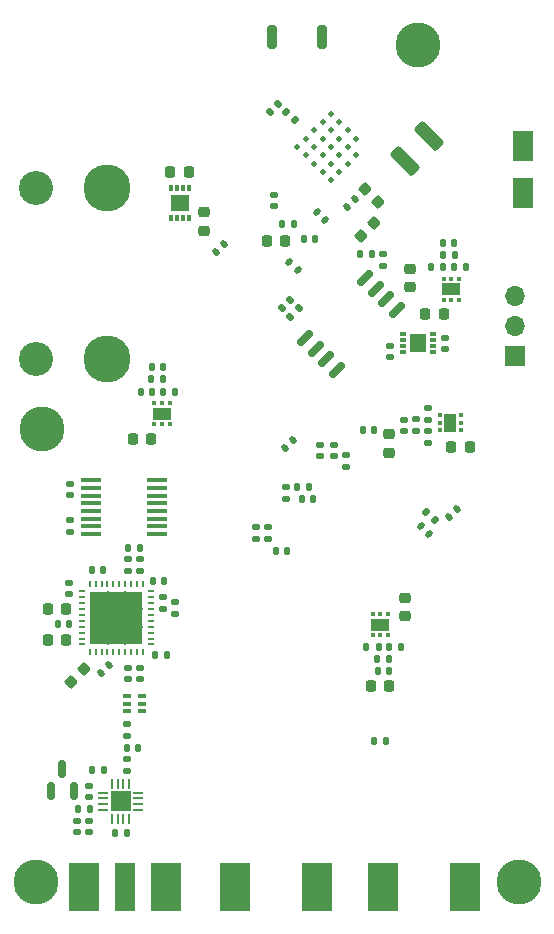
<source format=gbr>
%TF.GenerationSoftware,KiCad,Pcbnew,(6.0.4)*%
%TF.CreationDate,2023-05-16T14:10:18+09:00*%
%TF.ProjectId,RFB,5246422e-6b69-4636-9164-5f7063625858,rev?*%
%TF.SameCoordinates,Original*%
%TF.FileFunction,Soldermask,Bot*%
%TF.FilePolarity,Negative*%
%FSLAX46Y46*%
G04 Gerber Fmt 4.6, Leading zero omitted, Abs format (unit mm)*
G04 Created by KiCad (PCBNEW (6.0.4)) date 2023-05-16 14:10:18*
%MOMM*%
%LPD*%
G01*
G04 APERTURE LIST*
G04 Aperture macros list*
%AMRoundRect*
0 Rectangle with rounded corners*
0 $1 Rounding radius*
0 $2 $3 $4 $5 $6 $7 $8 $9 X,Y pos of 4 corners*
0 Add a 4 corners polygon primitive as box body*
4,1,4,$2,$3,$4,$5,$6,$7,$8,$9,$2,$3,0*
0 Add four circle primitives for the rounded corners*
1,1,$1+$1,$2,$3*
1,1,$1+$1,$4,$5*
1,1,$1+$1,$6,$7*
1,1,$1+$1,$8,$9*
0 Add four rect primitives between the rounded corners*
20,1,$1+$1,$2,$3,$4,$5,0*
20,1,$1+$1,$4,$5,$6,$7,0*
20,1,$1+$1,$6,$7,$8,$9,0*
20,1,$1+$1,$8,$9,$2,$3,0*%
G04 Aperture macros list end*
%ADD10RoundRect,0.135000X0.135000X0.185000X-0.135000X0.185000X-0.135000X-0.185000X0.135000X-0.185000X0*%
%ADD11RoundRect,0.093750X-0.093750X-0.106250X0.093750X-0.106250X0.093750X0.106250X-0.093750X0.106250X0*%
%ADD12R,1.000000X1.600000*%
%ADD13RoundRect,0.093750X-0.106250X0.093750X-0.106250X-0.093750X0.106250X-0.093750X0.106250X0.093750X0*%
%ADD14R,1.600000X1.000000*%
%ADD15RoundRect,0.093750X0.106250X-0.093750X0.106250X0.093750X-0.106250X0.093750X-0.106250X-0.093750X0*%
%ADD16RoundRect,0.140000X0.170000X-0.140000X0.170000X0.140000X-0.170000X0.140000X-0.170000X-0.140000X0*%
%ADD17RoundRect,0.140000X-0.140000X-0.170000X0.140000X-0.170000X0.140000X0.170000X-0.140000X0.170000X0*%
%ADD18RoundRect,0.140000X0.140000X0.170000X-0.140000X0.170000X-0.140000X-0.170000X0.140000X-0.170000X0*%
%ADD19RoundRect,0.087500X-0.175000X-0.087500X0.175000X-0.087500X0.175000X0.087500X-0.175000X0.087500X0*%
%ADD20R,1.400000X1.600000*%
%ADD21RoundRect,0.140000X-0.170000X0.140000X-0.170000X-0.140000X0.170000X-0.140000X0.170000X0.140000X0*%
%ADD22RoundRect,0.135000X0.185000X-0.135000X0.185000X0.135000X-0.185000X0.135000X-0.185000X-0.135000X0*%
%ADD23R,2.665000X4.190000*%
%ADD24RoundRect,0.135000X-0.035355X0.226274X-0.226274X0.035355X0.035355X-0.226274X0.226274X-0.035355X0*%
%ADD25C,3.800000*%
%ADD26C,2.600000*%
%ADD27R,1.700000X1.700000*%
%ADD28O,1.700000X1.700000*%
%ADD29RoundRect,0.225000X0.225000X0.250000X-0.225000X0.250000X-0.225000X-0.250000X0.225000X-0.250000X0*%
%ADD30C,2.880000*%
%ADD31C,3.990000*%
%ADD32RoundRect,0.140000X0.021213X-0.219203X0.219203X-0.021213X-0.021213X0.219203X-0.219203X0.021213X0*%
%ADD33RoundRect,0.200000X-0.200000X-0.800000X0.200000X-0.800000X0.200000X0.800000X-0.200000X0.800000X0*%
%ADD34RoundRect,0.135000X0.226274X0.035355X0.035355X0.226274X-0.226274X-0.035355X-0.035355X-0.226274X0*%
%ADD35RoundRect,0.225000X0.250000X-0.225000X0.250000X0.225000X-0.250000X0.225000X-0.250000X-0.225000X0*%
%ADD36C,0.500000*%
%ADD37RoundRect,0.135000X-0.135000X-0.185000X0.135000X-0.185000X0.135000X0.185000X-0.135000X0.185000X0*%
%ADD38RoundRect,0.225000X-0.250000X0.225000X-0.250000X-0.225000X0.250000X-0.225000X0.250000X0.225000X0*%
%ADD39RoundRect,0.147500X-0.147500X-0.172500X0.147500X-0.172500X0.147500X0.172500X-0.147500X0.172500X0*%
%ADD40RoundRect,0.140000X-0.219203X-0.021213X-0.021213X-0.219203X0.219203X0.021213X0.021213X0.219203X0*%
%ADD41RoundRect,0.087500X0.087500X-0.175000X0.087500X0.175000X-0.087500X0.175000X-0.087500X-0.175000X0*%
%ADD42R,1.600000X1.400000*%
%ADD43RoundRect,0.135000X-0.226274X-0.035355X-0.035355X-0.226274X0.226274X0.035355X0.035355X0.226274X0*%
%ADD44RoundRect,0.225000X-0.335876X-0.017678X-0.017678X-0.335876X0.335876X0.017678X0.017678X0.335876X0*%
%ADD45RoundRect,0.150000X0.150000X-0.587500X0.150000X0.587500X-0.150000X0.587500X-0.150000X-0.587500X0*%
%ADD46R,0.249999X0.599999*%
%ADD47R,0.599999X0.249999*%
%ADD48R,4.500001X4.500001*%
%ADD49RoundRect,0.150000X0.353553X0.565685X-0.565685X-0.353553X-0.353553X-0.565685X0.565685X0.353553X0*%
%ADD50RoundRect,0.140000X-0.021213X0.219203X-0.219203X0.021213X0.021213X-0.219203X0.219203X-0.021213X0*%
%ADD51RoundRect,0.225000X0.017678X-0.335876X0.335876X-0.017678X-0.017678X0.335876X-0.335876X0.017678X0*%
%ADD52RoundRect,0.135000X-0.185000X0.135000X-0.185000X-0.135000X0.185000X-0.135000X0.185000X0.135000X0*%
%ADD53RoundRect,0.147500X-0.172500X0.147500X-0.172500X-0.147500X0.172500X-0.147500X0.172500X0.147500X0*%
%ADD54RoundRect,0.140000X0.219203X0.021213X0.021213X0.219203X-0.219203X-0.021213X-0.021213X-0.219203X0*%
%ADD55R,1.676400X0.355600*%
%ADD56R,1.800000X2.500000*%
%ADD57RoundRect,0.250000X0.548008X-1.007627X1.007627X-0.548008X-0.548008X1.007627X-1.007627X0.548008X0*%
%ADD58R,1.780000X4.190000*%
%ADD59R,0.700000X0.350000*%
%ADD60RoundRect,0.062500X-0.062500X0.325000X-0.062500X-0.325000X0.062500X-0.325000X0.062500X0.325000X0*%
%ADD61RoundRect,0.062500X-0.325000X0.062500X-0.325000X-0.062500X0.325000X-0.062500X0.325000X0.062500X0*%
%ADD62R,1.750000X1.750000*%
%ADD63RoundRect,0.225000X-0.225000X-0.250000X0.225000X-0.250000X0.225000X0.250000X-0.225000X0.250000X0*%
G04 APERTURE END LIST*
D10*
%TO.C,R44*%
X71378000Y-50469800D03*
X70358000Y-50469800D03*
%TD*%
D11*
%TO.C,IC10*%
X70105500Y-65324800D03*
X70105500Y-64674800D03*
X70105500Y-64024800D03*
X71880500Y-64024800D03*
X71880500Y-64674800D03*
X71880500Y-65324800D03*
D12*
X70993000Y-64674800D03*
%TD*%
D13*
%TO.C,IC8*%
X45933600Y-63044300D03*
X46583600Y-63044300D03*
X47233600Y-63044300D03*
X47233600Y-64819300D03*
X46583600Y-64819300D03*
X45933600Y-64819300D03*
D14*
X46583600Y-63931800D03*
%TD*%
D13*
%TO.C,IC4*%
X70444600Y-52477900D03*
X71094600Y-52477900D03*
X71744600Y-52477900D03*
X71744600Y-54252900D03*
X71094600Y-54252900D03*
X70444600Y-54252900D03*
D14*
X71094600Y-53365400D03*
%TD*%
D15*
%TO.C,IC2*%
X65731200Y-82675500D03*
X65081200Y-82675500D03*
X64431200Y-82675500D03*
X64431200Y-80900500D03*
X65081200Y-80900500D03*
X65731200Y-80900500D03*
D14*
X65081200Y-81788000D03*
%TD*%
D10*
%TO.C,R68*%
X46710600Y-61010800D03*
X45690600Y-61010800D03*
%TD*%
D16*
%TO.C,C34*%
X69113400Y-65405000D03*
X69113400Y-66365000D03*
%TD*%
D17*
%TO.C,C11*%
X45770800Y-62052200D03*
X44810800Y-62052200D03*
%TD*%
%TO.C,C8*%
X70358000Y-51511200D03*
X69398000Y-51511200D03*
%TD*%
D18*
%TO.C,C7*%
X65842000Y-83667600D03*
X66802000Y-83667600D03*
%TD*%
D19*
%TO.C,U3*%
X66956700Y-58706400D03*
X66956700Y-58206400D03*
X66956700Y-57706400D03*
X66956700Y-57206400D03*
X69531700Y-57206400D03*
X69531700Y-57706400D03*
X69531700Y-58206400D03*
X69531700Y-58706400D03*
D20*
X68244200Y-57956400D03*
%TD*%
D21*
%TO.C,C10*%
X65913000Y-58191400D03*
X65913000Y-59151400D03*
%TD*%
D16*
%TO.C,C5*%
X70586600Y-58442800D03*
X70586600Y-57482800D03*
%TD*%
D22*
%TO.C,R63*%
X62179200Y-68427601D03*
X62179200Y-67407601D03*
%TD*%
D23*
%TO.C,J1*%
X65265300Y-103962200D03*
X72250300Y-103962200D03*
%TD*%
D24*
%TO.C,R61*%
X57459824Y-54274776D03*
X56738576Y-54996024D03*
%TD*%
%TO.C,R58*%
X58171024Y-54985976D03*
X57449776Y-55707224D03*
%TD*%
D22*
%TO.C,R11*%
X57073800Y-71098600D03*
X57073800Y-70078600D03*
%TD*%
D25*
%TO.C,H4*%
X68224400Y-32689800D03*
D26*
X68224400Y-32689800D03*
%TD*%
D27*
%TO.C,J6*%
X76504800Y-59029600D03*
D28*
X76504800Y-56489600D03*
X76504800Y-53949600D03*
%TD*%
D29*
%TO.C,C102*%
X45669200Y-66065400D03*
X44119200Y-66065400D03*
%TD*%
D26*
%TO.C,H1*%
X76784200Y-103555800D03*
D25*
X76784200Y-103555800D03*
%TD*%
D30*
%TO.C,J4*%
X35952000Y-44804000D03*
D31*
X41912000Y-44804000D03*
D30*
X35952000Y-59304000D03*
D31*
X41912000Y-59304000D03*
%TD*%
D17*
%TO.C,C116*%
X45725200Y-59994800D03*
X46685200Y-59994800D03*
%TD*%
D23*
%TO.C,J2*%
X52743100Y-103987600D03*
X59728100Y-103987600D03*
%TD*%
D25*
%TO.C,H2*%
X36449000Y-65227200D03*
D26*
X36449000Y-65227200D03*
%TD*%
D25*
%TO.C,H3*%
X35890200Y-103555800D03*
D26*
X35890200Y-103555800D03*
%TD*%
D10*
%TO.C,R69*%
X46708600Y-62052200D03*
X47728600Y-62052200D03*
%TD*%
D32*
%TO.C,C92*%
X51137178Y-50208822D03*
X51816000Y-49530000D03*
%TD*%
D29*
%TO.C,C141*%
X65811400Y-86969600D03*
X64261400Y-86969600D03*
%TD*%
D33*
%TO.C,SW1*%
X55913600Y-32029400D03*
X60113600Y-32029400D03*
%TD*%
D34*
%TO.C,R12*%
X69697600Y-72923400D03*
X68976352Y-72202152D03*
%TD*%
D35*
%TO.C,C150*%
X67589400Y-53187600D03*
X67589400Y-51637600D03*
%TD*%
D36*
%TO.C,IC6*%
X63008951Y-40626145D03*
X62301845Y-39919038D03*
X61594738Y-39211932D03*
X60887631Y-38504825D03*
X63008951Y-42040359D03*
X62301845Y-41333252D03*
X61594738Y-40626145D03*
X60887631Y-39919038D03*
X60180524Y-39211932D03*
X62301845Y-42747466D03*
X61594738Y-42040359D03*
X60887631Y-41333252D03*
X60180524Y-40626145D03*
X59473417Y-39919038D03*
X61594738Y-43454572D03*
X60887631Y-42747466D03*
X60180524Y-42040359D03*
X59473417Y-41333252D03*
X58766311Y-40626145D03*
X60887631Y-44161679D03*
X60180524Y-43454572D03*
X59473417Y-42747466D03*
X58766311Y-42040359D03*
X58059204Y-41333252D03*
%TD*%
D18*
%TO.C,C69*%
X65532000Y-91617800D03*
X64572000Y-91617800D03*
%TD*%
D37*
%TO.C,R75*%
X63902400Y-83667600D03*
X64922400Y-83667600D03*
%TD*%
D38*
%TO.C,C122*%
X67157600Y-79476600D03*
X67157600Y-81026600D03*
%TD*%
D10*
%TO.C,R47*%
X41681400Y-94081600D03*
X40661400Y-94081600D03*
%TD*%
D17*
%TO.C,C56*%
X56245600Y-75510200D03*
X57205600Y-75510200D03*
%TD*%
%TO.C,C30*%
X37775000Y-81711800D03*
X38735000Y-81711800D03*
%TD*%
D18*
%TO.C,C145*%
X57734943Y-47852918D03*
X56774943Y-47852918D03*
%TD*%
D29*
%TO.C,C121*%
X72644000Y-66725800D03*
X71094000Y-66725800D03*
%TD*%
D39*
%TO.C,L13*%
X42618800Y-99390200D03*
X43588800Y-99390200D03*
%TD*%
D40*
%TO.C,C144*%
X59683289Y-46832846D03*
X60362111Y-47511668D03*
%TD*%
D18*
%TO.C,C13*%
X46990000Y-84328000D03*
X46030000Y-84328000D03*
%TD*%
%TO.C,C40*%
X59017789Y-70115211D03*
X58057789Y-70115211D03*
%TD*%
D22*
%TO.C,R23*%
X55549800Y-74525600D03*
X55549800Y-73505600D03*
%TD*%
D16*
%TO.C,C39*%
X59969400Y-67510600D03*
X59969400Y-66550600D03*
%TD*%
D41*
%TO.C,U16*%
X48844901Y-47363100D03*
X48344901Y-47363100D03*
X47844901Y-47363100D03*
X47344901Y-47363100D03*
X47344901Y-44788100D03*
X47844901Y-44788100D03*
X48344901Y-44788100D03*
X48844901Y-44788100D03*
D42*
X48094901Y-46075600D03*
%TD*%
D21*
%TO.C,C27*%
X44734797Y-76249001D03*
X44734797Y-77209001D03*
%TD*%
D43*
%TO.C,R51*%
X57124600Y-38328600D03*
X57845848Y-39049848D03*
%TD*%
D21*
%TO.C,C48*%
X54533800Y-73535600D03*
X54533800Y-74495600D03*
%TD*%
D44*
%TO.C,C107*%
X63792569Y-44871472D03*
X64888585Y-45967488D03*
%TD*%
D39*
%TO.C,L11*%
X43586400Y-92176600D03*
X44556400Y-92176600D03*
%TD*%
D22*
%TO.C,R54*%
X65328800Y-51437000D03*
X65328800Y-50417000D03*
%TD*%
D21*
%TO.C,C17*%
X47650400Y-79888200D03*
X47650400Y-80848200D03*
%TD*%
D18*
%TO.C,C41*%
X59408000Y-71096600D03*
X58448000Y-71096600D03*
%TD*%
D21*
%TO.C,C26*%
X43718797Y-76249001D03*
X43718797Y-77209001D03*
%TD*%
D16*
%TO.C,C42*%
X61163200Y-67510600D03*
X61163200Y-66550600D03*
%TD*%
D18*
%TO.C,C132*%
X65811400Y-85699600D03*
X64851400Y-85699600D03*
%TD*%
D21*
%TO.C,C97*%
X43586400Y-93167200D03*
X43586400Y-94127200D03*
%TD*%
D45*
%TO.C,Q2*%
X39100800Y-95831900D03*
X37200800Y-95831900D03*
X38150800Y-93956900D03*
%TD*%
D21*
%TO.C,C32*%
X46659800Y-79456400D03*
X46659800Y-80416400D03*
%TD*%
D16*
%TO.C,C155*%
X56032400Y-46352400D03*
X56032400Y-45392400D03*
%TD*%
D46*
%TO.C,U4*%
X40472797Y-78303801D03*
X40972796Y-78303801D03*
X41472797Y-78303801D03*
X41972796Y-78303801D03*
X42472798Y-78303801D03*
X42972797Y-78303801D03*
X43472796Y-78303801D03*
X43972797Y-78303801D03*
X44472796Y-78303801D03*
X44972798Y-78303801D03*
D47*
X45622797Y-78953799D03*
X45622797Y-79453798D03*
X45622797Y-79953800D03*
X45622797Y-80453799D03*
X45622797Y-80953800D03*
X45622797Y-81453800D03*
X45622797Y-81953798D03*
X45622797Y-82453800D03*
X45622797Y-82953799D03*
X45622797Y-83453801D03*
D46*
X44972798Y-84103799D03*
X44472796Y-84103799D03*
X43972797Y-84103799D03*
X43472796Y-84103799D03*
X42972797Y-84103799D03*
X42472798Y-84103799D03*
X41972796Y-84103799D03*
X41472797Y-84103799D03*
X40972796Y-84103799D03*
X40472797Y-84103799D03*
D47*
X39822798Y-83453801D03*
X39822798Y-82953799D03*
X39822798Y-82453800D03*
X39822798Y-81953798D03*
X39822798Y-81453800D03*
X39822798Y-80953800D03*
X39822798Y-80453799D03*
X39822798Y-79953800D03*
X39822798Y-79453798D03*
X39822798Y-78953799D03*
D36*
X43422800Y-83203800D03*
X43452800Y-79203800D03*
X40722800Y-80473800D03*
X41992800Y-83203800D03*
X43452800Y-80473800D03*
X41992800Y-80473800D03*
X44722800Y-81933800D03*
X43452800Y-81933800D03*
D48*
X42722797Y-81203800D03*
D36*
X41992800Y-81933800D03*
X44722800Y-80473800D03*
X41992800Y-79203800D03*
X40722800Y-81933800D03*
%TD*%
D17*
%TO.C,C24*%
X40670600Y-77165200D03*
X41630600Y-77165200D03*
%TD*%
D49*
%TO.C,U12*%
X63784146Y-52419177D03*
X64682172Y-53317203D03*
X65580197Y-54215228D03*
X66478223Y-55113254D03*
X61387054Y-60204423D03*
X60489028Y-59306397D03*
X59591003Y-58408372D03*
X58692977Y-57510346D03*
%TD*%
D10*
%TO.C,R48*%
X40466200Y-97381000D03*
X39446200Y-97381000D03*
%TD*%
D40*
%TO.C,C76*%
X68526028Y-73423134D03*
X69204850Y-74101956D03*
%TD*%
D50*
%TO.C,C113*%
X62908827Y-45755215D03*
X62230005Y-46434037D03*
%TD*%
D51*
%TO.C,C20*%
X38883584Y-86617816D03*
X39979600Y-85521800D03*
%TD*%
D18*
%TO.C,C154*%
X64335600Y-50419000D03*
X63375600Y-50419000D03*
%TD*%
%TO.C,C43*%
X64566800Y-65328800D03*
X63606800Y-65328800D03*
%TD*%
D32*
%TO.C,C38*%
X56988389Y-66811211D03*
X57667211Y-66132389D03*
%TD*%
D52*
%TO.C,R73*%
X69113400Y-63447200D03*
X69113400Y-64467200D03*
%TD*%
D21*
%TO.C,C96*%
X43586400Y-90226000D03*
X43586400Y-91186000D03*
%TD*%
D53*
%TO.C,L12*%
X40411400Y-95402400D03*
X40411400Y-96372400D03*
%TD*%
D16*
%TO.C,C131*%
X67081400Y-65402400D03*
X67081400Y-64442400D03*
%TD*%
D54*
%TO.C,C152*%
X58061327Y-51784431D03*
X57382505Y-51105609D03*
%TD*%
D17*
%TO.C,C6*%
X70383400Y-49453800D03*
X71343400Y-49453800D03*
%TD*%
D32*
%TO.C,C84*%
X70847578Y-72662422D03*
X71526400Y-71983600D03*
%TD*%
D24*
%TO.C,R50*%
X56418424Y-37663176D03*
X55697176Y-38384424D03*
%TD*%
D10*
%TO.C,R5*%
X44736797Y-75255801D03*
X43716797Y-75255801D03*
%TD*%
D55*
%TO.C,U2*%
X40551100Y-74106199D03*
X40551100Y-73456201D03*
X40551100Y-72806199D03*
X40551100Y-72156201D03*
X40551100Y-71506202D03*
X40551100Y-70856201D03*
X40551100Y-70206202D03*
X40551100Y-69556201D03*
X46189900Y-69556201D03*
X46189900Y-70206199D03*
X46189900Y-70856201D03*
X46189900Y-71506199D03*
X46189900Y-72156198D03*
X46189900Y-72806199D03*
X46189900Y-73456198D03*
X46189900Y-74106199D03*
%TD*%
D16*
%TO.C,C28*%
X43723400Y-86375200D03*
X43723400Y-85415200D03*
%TD*%
%TO.C,C29*%
X44739400Y-86370000D03*
X44739400Y-85410000D03*
%TD*%
D21*
%TO.C,C99*%
X40436800Y-98374200D03*
X40436800Y-99334200D03*
%TD*%
D37*
%TO.C,R74*%
X64816800Y-84683600D03*
X65836800Y-84683600D03*
%TD*%
D56*
%TO.C,D1*%
X77165200Y-41256200D03*
X77165200Y-45256200D03*
%TD*%
D57*
%TO.C,C146*%
X67130617Y-42495783D03*
X69216583Y-40409817D03*
%TD*%
D18*
%TO.C,C115*%
X59535928Y-49128114D03*
X58575928Y-49128114D03*
%TD*%
D29*
%TO.C,C110*%
X57010600Y-49326800D03*
X55460600Y-49326800D03*
%TD*%
D16*
%TO.C,C2*%
X38836600Y-70838000D03*
X38836600Y-69878000D03*
%TD*%
D58*
%TO.C,J3*%
X43446700Y-103987600D03*
D23*
X39954200Y-103987600D03*
X46939200Y-103987600D03*
%TD*%
D16*
%TO.C,C3*%
X38836600Y-73888600D03*
X38836600Y-72928600D03*
%TD*%
D38*
%TO.C,C140*%
X65811400Y-65659000D03*
X65811400Y-67209000D03*
%TD*%
D52*
%TO.C,R72*%
X68097400Y-64385000D03*
X68097400Y-65405000D03*
%TD*%
D59*
%TO.C,FL1*%
X43606400Y-89103200D03*
X43606400Y-88453200D03*
X43606400Y-87803200D03*
X44856400Y-87803200D03*
X44856400Y-88453200D03*
X44856400Y-89103200D03*
%TD*%
D60*
%TO.C,IC5*%
X42326200Y-95274100D03*
X42826200Y-95274100D03*
X43326200Y-95274100D03*
X43826200Y-95274100D03*
D61*
X44538700Y-95986600D03*
X44538700Y-96486600D03*
X44538700Y-96986600D03*
X44538700Y-97486600D03*
D60*
X43826200Y-98199100D03*
X43326200Y-98199100D03*
X42826200Y-98199100D03*
X42326200Y-98199100D03*
D61*
X41613700Y-97486600D03*
X41613700Y-96986600D03*
X41613700Y-96486600D03*
X41613700Y-95986600D03*
D62*
X43076200Y-96736600D03*
%TD*%
D29*
%TO.C,C4*%
X68884200Y-55499000D03*
X70434200Y-55499000D03*
%TD*%
%TO.C,C112*%
X48844200Y-43459400D03*
X47294200Y-43459400D03*
%TD*%
D51*
%TO.C,C94*%
X63432934Y-48859131D03*
X64528950Y-47763115D03*
%TD*%
D63*
%TO.C,C25*%
X36905600Y-83108800D03*
X38455600Y-83108800D03*
%TD*%
D18*
%TO.C,C22*%
X46756200Y-78054200D03*
X45796200Y-78054200D03*
%TD*%
D10*
%TO.C,R52*%
X72317800Y-51485800D03*
X71297800Y-51485800D03*
%TD*%
D21*
%TO.C,C23*%
X38709600Y-78237200D03*
X38709600Y-79197200D03*
%TD*%
D63*
%TO.C,C19*%
X36905600Y-80441800D03*
X38455600Y-80441800D03*
%TD*%
D21*
%TO.C,C98*%
X39395400Y-98374200D03*
X39395400Y-99334200D03*
%TD*%
D35*
%TO.C,C118*%
X50177700Y-48413001D03*
X50177700Y-46863001D03*
%TD*%
D32*
%TO.C,C21*%
X41418189Y-85886611D03*
X42097011Y-85207789D03*
%TD*%
M02*

</source>
